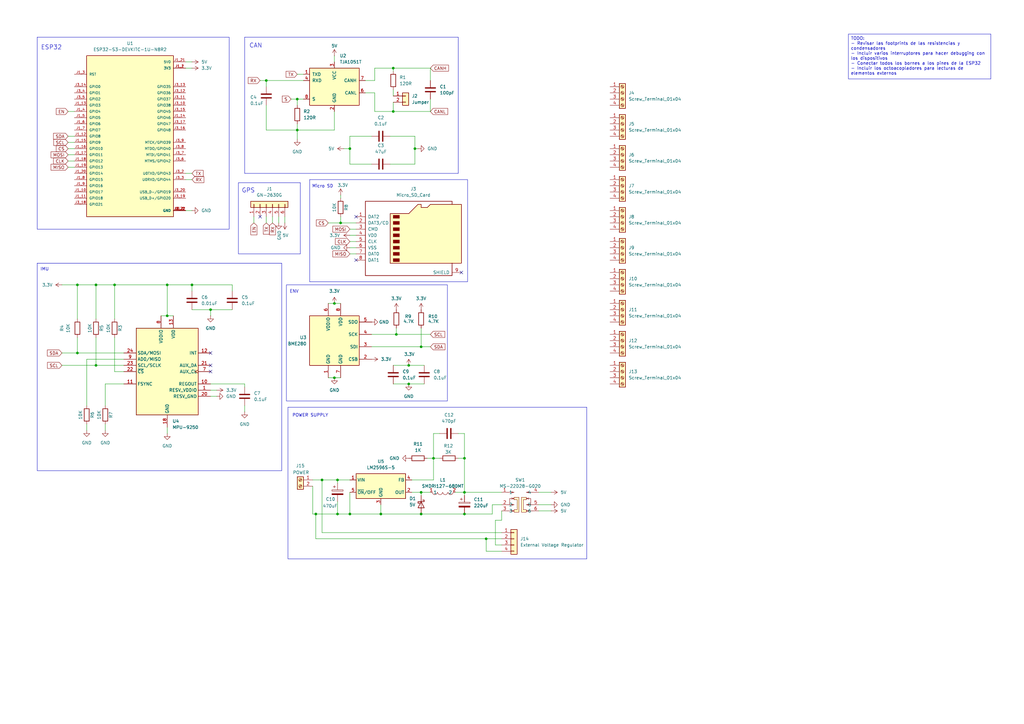
<source format=kicad_sch>
(kicad_sch (version 20250114) (generator "eeschema") (generator_version "9.0")
  (paper "A3")
  (lib_symbols
    (symbol "Connector:Micro_SD_Card" (pin_names (offset 1.016))
      (property "Reference" "J" (at -16.51 15.24 0))
      (property "Value" "Micro_SD_Card" (at 16.51 15.24 0))
      (symbol "Micro_SD_Card_1_1"
        (pin bidirectional line (at -22.86 7.62 0) (length 3.81) (name "DAT2") (number "1"))
        (pin bidirectional line (at -22.86 5.08 0) (length 3.81) (name "DAT3/CD") (number "2"))
        (pin input line (at -22.86 2.54 0) (length 3.81) (name "CMD") (number "3"))
        (pin power_in line (at -22.86 0 0) (length 3.81) (name "VDD") (number "4"))
        (pin input line (at -22.86 -2.54 0) (length 3.81) (name "CLK") (number "5"))
        (pin power_in line (at -22.86 -5.08 0) (length 3.81) (name "VSS") (number "6"))
        (pin bidirectional line (at -22.86 -7.62 0) (length 3.81) (name "DAT0") (number "7"))
        (pin bidirectional line (at -22.86 -10.16 0) (length 3.81) (name "DAT1") (number "8"))
        (pin passive line (at 20.32 -15.24 180) (length 3.81) (name "SHIELD") (number "9"))
      )
    )
    (symbol "Connector:Screw_Terminal_01x02" (pin_names (offset 1.016) (hide yes))
      (property "Reference" "J" (at 0 2.54 0))
      (property "Value" "Screw_Terminal_01x02" (at 0 -5.08 0))
      (symbol "Screw_Terminal_01x02_1_1"
        (pin passive line (at -5.08 0 0) (length 3.81) (name "Pin_1") (number "1"))
        (pin passive line (at -5.08 -2.54 0) (length 3.81) (name "Pin_2") (number "2"))
      )
    )
    (symbol "Connector:Screw_Terminal_01x04" (pin_names (offset 1.016) (hide yes))
      (property "Reference" "J" (at 0 5.08 0))
      (property "Value" "Screw_Terminal_01x04" (at 0 -7.62 0))
      (symbol "Screw_Terminal_01x04_1_1"
        (pin passive line (at -5.08 2.54 0) (length 3.81) (name "Pin_1") (number "1"))
        (pin passive line (at -5.08 0 0) (length 3.81) (name "Pin_2") (number "2"))
        (pin passive line (at -5.08 -2.54 0) (length 3.81) (name "Pin_3") (number "3"))
        (pin passive line (at -5.08 -5.08 0) (length 3.81) (name "Pin_4") (number "4"))
      )
    )
    (symbol "Connector_Generic:Conn_01x02" (pin_names (offset 1.016) (hide yes))
      (property "Reference" "J" (at 0 2.54 0))
      (property "Value" "Conn_01x02" (at 0 -5.08 0))
      (symbol "Conn_01x02_1_1"
        (pin passive line (at -5.08 0 0) (length 3.81) (name "Pin_1") (number "1"))
        (pin passive line (at -5.08 -2.54 0) (length 3.81) (name "Pin_2") (number "2"))
      )
    )
    (symbol "Connector_Generic:Conn_01x04" (pin_names (offset 1.016) (hide yes))
      (property "Reference" "J" (at 0 5.08 0))
      (property "Value" "Conn_01x04" (at 0 -7.62 0))
      (symbol "Conn_01x04_1_1"
        (pin passive line (at -5.08 2.54 0) (length 3.81) (name "Pin_1") (number "1"))
        (pin passive line (at -5.08 0 0) (length 3.81) (name "Pin_2") (number "2"))
        (pin passive line (at -5.08 -2.54 0) (length 3.81) (name "Pin_3") (number "3"))
        (pin passive line (at -5.08 -5.08 0) (length 3.81) (name "Pin_4") (number "4"))
      )
    )
    (symbol "Connector_Generic:Conn_01x06" (pin_names (offset 1.016) (hide yes))
      (property "Reference" "J" (at 0 7.62 0))
      (property "Value" "Conn_01x06" (at 0 -10.16 0))
      (symbol "Conn_01x06_1_1"
        (pin passive line (at -5.08 5.08 0) (length 3.81) (name "Pin_1") (number "1"))
        (pin passive line (at -5.08 2.54 0) (length 3.81) (name "Pin_2") (number "2"))
        (pin passive line (at -5.08 0 0) (length 3.81) (name "Pin_3") (number "3"))
        (pin passive line (at -5.08 -2.54 0) (length 3.81) (name "Pin_4") (number "4"))
        (pin passive line (at -5.08 -5.08 0) (length 3.81) (name "Pin_5") (number "5"))
        (pin passive line (at -5.08 -7.62 0) (length 3.81) (name "Pin_6") (number "6"))
      )
    )
    (symbol "Device:C" (pin_numbers (hide yes)) (pin_names (offset 0.254))
      (property "Reference" "C" (at 0.635 2.54 0))
      (property "Value" "C" (at 0.635 -2.54 0))
      (symbol "C_1_1"
        (pin passive line (at 0 3.81 270) (length 2.794) (name "~") (number "1"))
        (pin passive line (at 0 -3.81 90) (length 2.794) (name "~") (number "2"))
      )
    )
    (symbol "Device:C_Polarized" (pin_numbers (hide yes)) (pin_names (offset 0.254))
      (property "Reference" "C" (at 0.635 2.54 0))
      (property "Value" "C_Polarized" (at 0.635 -2.54 0))
      (symbol "C_Polarized_1_1"
        (pin passive line (at 0 3.81 270) (length 2.794) (name "~") (number "1"))
        (pin passive line (at 0 -3.81 90) (length 2.794) (name "~") (number "2"))
      )
    )
    (symbol "Device:D_Schottky" (pin_numbers (hide yes)) (pin_names (offset 1.016) (hide yes))
      (property "Reference" "D" (at 0 2.54 0))
      (property "Value" "D_Schottky" (at 0 -2.54 0))
      (symbol "D_Schottky_1_1"
        (pin passive line (at -3.81 0 0) (length 2.54) (name "K") (number "1"))
        (pin passive line (at 3.81 0 180) (length 2.54) (name "A") (number "2"))
      )
    )
    (symbol "Device:R" (pin_numbers (hide yes)) (pin_names (offset 0))
      (property "Reference" "R" (at 2.032 0 90))
      (property "Value" "R" (at 0 0 90))
      (symbol "R_1_1"
        (pin passive line (at 0 3.81 270) (length 1.27) (name "~") (number "1"))
        (pin passive line (at 0 -3.81 90) (length 1.27) (name "~") (number "2"))
      )
    )
    (symbol "Interface_CAN_LIN:TJA1051T" (pin_names (offset 1.016))
      (property "Reference" "U" (at -10.16 8.89 0))
      (property "Value" "TJA1051T" (at 1.27 8.89 0))
      (symbol "TJA1051T_1_1"
        (pin input line (at -12.7 5.08 0) (length 2.54) (name "TXD") (number "1"))
        (pin output line (at -12.7 2.54 0) (length 2.54) (name "RXD") (number "4"))
        (pin input line (at -12.7 -5.08 0) (length 2.54) (name "S") (number "8"))
        (pin no_connect line (at -10.16 -2.54 0) (length 2.54) (hide yes) (name "NC") (number "5"))
        (pin power_in line (at 0 10.16 270) (length 2.54) (name "VCC") (number "3"))
        (pin power_in line (at 0 -10.16 90) (length 2.54) (name "GND") (number "2"))
        (pin bidirectional line (at 12.7 2.54 180) (length 2.54) (name "CANH") (number "7"))
        (pin bidirectional line (at 12.7 -2.54 180) (length 2.54) (name "CANL") (number "6"))
      )
    )
    (symbol "Regulator_Switching:LM2596S-5"
      (property "Reference" "U" (at -10.16 6.35 0))
      (property "Value" "LM2596S-5" (at 0 6.35 0))
      (symbol "LM2596S-5_1_1"
        (pin power_in line (at -12.7 2.54 0) (length 2.54) (name "VIN") (number "1"))
        (pin input line (at -12.7 -2.54 0) (length 2.54) (name "~{ON}/OFF") (number "5"))
        (pin power_in line (at 0 -7.62 90) (length 2.54) (name "GND") (number "3"))
        (pin input line (at 12.7 2.54 180) (length 2.54) (name "FB") (number "4"))
        (pin output line (at 12.7 -2.54 180) (length 2.54) (name "OUT") (number "2"))
      )
    )
    (symbol "Sensor:BME280"
      (property "Reference" "U" (at -8.89 11.43 0))
      (property "Value" "BME280" (at 7.62 11.43 0))
      (symbol "BME280_1_1"
        (pin power_in line (at -2.54 15.24 270) (length 5.08) (name "VDDIO") (number "6"))
        (pin power_in line (at -2.54 -15.24 90) (length 5.08) (name "GND") (number "1"))
        (pin power_in line (at 2.54 15.24 270) (length 5.08) (name "VDD") (number "8"))
        (pin power_in line (at 2.54 -15.24 90) (length 5.08) (name "GND") (number "7"))
        (pin bidirectional line (at 15.24 7.62 180) (length 5.08) (name "SDO") (number "5"))
        (pin input line (at 15.24 2.54 180) (length 5.08) (name "SCK") (number "4"))
        (pin bidirectional line (at 15.24 -2.54 180) (length 5.08) (name "SDI") (number "3"))
        (pin input line (at 15.24 -7.62 180) (length 5.08) (name "CSB") (number "2"))
      )
    )
    (symbol "Sensor_Motion:MPU-9250"
      (property "Reference" "U" (at -11.43 19.05 0))
      (property "Value" "MPU-9250" (at 7.62 -19.05 0))
      (symbol "MPU-9250_1_1"
        (pin bidirectional line (at -17.78 7.62 0) (length 5.08) (name "SDA/MOSI") (number "24"))
        (pin bidirectional line (at -17.78 5.08 0) (length 5.08) (name "AD0/MISO") (number "9"))
        (pin input line (at -17.78 2.54 0) (length 5.08) (name "SCL/SCLK") (number "23"))
        (pin input line (at -17.78 0 0) (length 5.08) (name "~{CS}") (number "22"))
        (pin input line (at -17.78 -5.08 0) (length 5.08) (name "FSYNC") (number "11"))
        (pin power_in line (at -2.54 22.86 270) (length 5.08) (name "VDDIO") (number "8"))
        (pin power_in line (at 0 -22.86 90) (length 5.08) (name "GND") (number "18"))
        (pin power_in line (at 2.54 22.86 270) (length 5.08) (name "VDD") (number "13"))
        (pin output line (at 17.78 7.62 180) (length 5.08) (name "INT") (number "12"))
        (pin bidirectional line (at 17.78 2.54 180) (length 5.08) (name "AUX_DA") (number "21"))
        (pin output clock (at 17.78 0 180) (length 5.08) (name "AUX_CL") (number "7"))
        (pin passive line (at 17.78 -5.08 180) (length 5.08) (name "REGOUT") (number "10"))
        (pin input line (at 17.78 -7.62 180) (length 5.08) (name "RESV_VDDIO") (number "1"))
        (pin power_in line (at 17.78 -10.16 180) (length 5.08) (name "RESV_GND") (number "20"))
      )
    )
    (symbol "easyeda2kicad:MS-22D28-G020"
      (property "Reference" "SW" (at 0 12.7 0))
      (property "Value" "MS-22D28-G020" (at 0 -12.7 0))
      (symbol "MS-22D28-G020_0_1"
        (pin unspecified line (at -5.08 7.62 270) (length 2.54) (name "1") (number "1"))
        (pin unspecified line (at -5.08 -7.62 90) (length 2.54) (name "4") (number "4"))
        (pin unspecified line (at 0 7.62 270) (length 2.54) (name "2") (number "2"))
        (pin unspecified line (at 0 -7.62 90) (length 2.54) (name "5") (number "5"))
        (pin unspecified line (at 2.54 7.62 270) (length 2.54) (name "3") (number "3"))
        (pin unspecified line (at 2.54 -7.62 90) (length 2.54) (name "6") (number "6"))
      )
    )
    (symbol "easyeda2kicad:SMDRI127-680MT"
      (property "Reference" "L" (at 0 5.08 0))
      (property "Value" "SMDRI127-680MT" (at 0 -5.08 0))
      (symbol "SMDRI127-680MT_0_1"
        (pin unspecified line (at -5.08 0 0) (length 0.762) (name "1") (number "1"))
        (pin unspecified line (at 5.08 0 180) (length 0.762) (name "2") (number "2"))
      )
    )
    (symbol "power:+3.3V" (power) (pin_numbers (hide yes)) (pin_names (offset 0) (hide yes))
      (property "Value" "+3.3V" (at 0 3.556 0))
      (symbol "+3.3V_1_1"
        (pin power_in line (at 0 0 90) (length 0) (name "~") (number "1"))
      )
    )
    (symbol "power:+5V" (power) (pin_numbers (hide yes)) (pin_names (offset 0) (hide yes))
      (property "Value" "+5V" (at 0 3.556 0))
      (symbol "+5V_1_1"
        (pin power_in line (at 0 0 90) (length 0) (name "~") (number "1"))
      )
    )
    (symbol "power:GND" (power) (pin_numbers (hide yes)) (pin_names (offset 0) (hide yes))
      (property "Value" "GND" (at 0 -3.81 0))
      (symbol "GND_1_1"
        (pin power_in line (at 0 0 270) (length 0) (name "~") (number "1"))
      )
    )
    (symbol "power:VCC" (power) (pin_numbers (hide yes)) (pin_names (offset 0) (hide yes))
      (property "Value" "VCC" (at 0 3.556 0))
      (symbol "VCC_1_1"
        (pin power_in line (at 0 0 90) (length 0) (name "~") (number "1"))
      )
    )
    (symbol "symbols:ESP32-S3-DEVKITC-1U-N8R2" (pin_names (offset 1.016))
      (property "Reference" "U" (at -17.78 35.56 0))
      (property "Value" "ESP32-S3-DEVKITC-1U-N8R2" (at -17.78 -35.56 0))
      (symbol "ESP32-S3-DEVKITC-1U-N8R2_0_0"
        (pin input line (at -22.86 25.4 0) (length 5.08) (name "RST") (number "J1_3"))
        (pin bidirectional line (at -22.86 20.32 0) (length 5.08) (name "GPIO0") (number "J3_14"))
        (pin bidirectional line (at -22.86 17.78 0) (length 5.08) (name "GPIO1") (number "J3_4"))
        (pin bidirectional line (at -22.86 15.24 0) (length 5.08) (name "GPIO2") (number "J3_5"))
        (pin bidirectional line (at -22.86 12.7 0) (length 5.08) (name "GPIO3") (number "J1_13"))
        (pin bidirectional line (at -22.86 10.16 0) (length 5.08) (name "GPIO4") (number "J1_4"))
        (pin bidirectional line (at -22.86 7.62 0) (length 5.08) (name "GPIO5") (number "J1_5"))
        (pin bidirectional line (at -22.86 5.08 0) (length 5.08) (name "GPIO6") (number "J1_6"))
        (pin bidirectional line (at -22.86 2.54 0) (length 5.08) (name "GPIO7") (number "J1_7"))
        (pin bidirectional line (at -22.86 0 0) (length 5.08) (name "GPIO8") (number "J1_12"))
        (pin bidirectional line (at -22.86 -2.54 0) (length 5.08) (name "GPIO9") (number "J1_15"))
        (pin bidirectional line (at -22.86 -5.08 0) (length 5.08) (name "GPIO10") (number "J1_16"))
        (pin bidirectional line (at -22.86 -7.62 0) (length 5.08) (name "GPIO11") (number "J1_17"))
        (pin bidirectional line (at -22.86 -10.16 0) (length 5.08) (name "GPIO12") (number "J1_18"))
        (pin bidirectional line (at -22.86 -12.7 0) (length 5.08) (name "GPIO13") (number "J1_19"))
        (pin bidirectional line (at -22.86 -15.24 0) (length 5.08) (name "GPIO14") (number "J1_20"))
        (pin bidirectional line (at -22.86 -17.78 0) (length 5.08) (name "GPIO15") (number "J1_8"))
        (pin bidirectional line (at -22.86 -20.32 0) (length 5.08) (name "GPIO16") (number "J1_9"))
        (pin bidirectional line (at -22.86 -22.86 0) (length 5.08) (name "GPIO17") (number "J1_10"))
        (pin bidirectional line (at -22.86 -25.4 0) (length 5.08) (name "GPIO18") (number "J1_11"))
        (pin bidirectional line (at -22.86 -27.94 0) (length 5.08) (name "GPIO21") (number "J3_18"))
        (pin power_in line (at 22.86 30.48 180) (length 5.08) (name "5V0") (number "J1_21"))
        (pin power_in line (at 22.86 27.94 180) (length 5.08) (name "3V3") (number "J1_1"))
        (pin power_in line (at 22.86 27.94 180) (length 5.08) (name "3V3") (number "J1_2"))
        (pin bidirectional line (at 22.86 20.32 180) (length 5.08) (name "GPIO35") (number "J3_13"))
        (pin bidirectional line (at 22.86 17.78 180) (length 5.08) (name "GPIO36") (number "J3_12"))
        (pin bidirectional line (at 22.86 15.24 180) (length 5.08) (name "GPIO37") (number "J3_11"))
        (pin bidirectional line (at 22.86 12.7 180) (length 5.08) (name "GPIO38") (number "J3_10"))
        (pin bidirectional line (at 22.86 10.16 180) (length 5.08) (name "GPIO45") (number "J3_15"))
        (pin bidirectional line (at 22.86 7.62 180) (length 5.08) (name "GPIO46") (number "J1_14"))
        (pin bidirectional line (at 22.86 5.08 180) (length 5.08) (name "GPIO47") (number "J3_17"))
        (pin bidirectional line (at 22.86 2.54 180) (length 5.08) (name "GPIO48") (number "J3_16"))
        (pin bidirectional line (at 22.86 -2.54 180) (length 5.08) (name "MTCK/GPIO39") (number "J3_9"))
        (pin bidirectional line (at 22.86 -5.08 180) (length 5.08) (name "MTDO/GPIO40") (number "J3_8"))
        (pin bidirectional line (at 22.86 -7.62 180) (length 5.08) (name "MTDI/GPIO41") (number "J3_7"))
        (pin bidirectional line (at 22.86 -10.16 180) (length 5.08) (name "MTMS/GPIO42") (number "J3_6"))
        (pin bidirectional line (at 22.86 -15.24 180) (length 5.08) (name "U0TXD/GPIO43") (number "J3_2"))
        (pin bidirectional line (at 22.86 -17.78 180) (length 5.08) (name "U0RXD/GPIO44") (number "J3_3"))
        (pin bidirectional line (at 22.86 -22.86 180) (length 5.08) (name "USB_D-/GPIO19") (number "J3_20"))
        (pin bidirectional line (at 22.86 -25.4 180) (length 5.08) (name "USB_D+/GPIO20") (number "J3_19"))
        (pin power_in line (at 22.86 -30.48 180) (length 5.08) (name "GND") (number "J1_22"))
        (pin power_in line (at 22.86 -30.48 180) (length 5.08) (name "GND") (number "J3_1"))
        (pin power_in line (at 22.86 -30.48 180) (length 5.08) (name "GND") (number "J3_21"))
        (pin power_in line (at 22.86 -30.48 180) (length 5.08) (name "GND") (number "J3_22"))
      )
    )
  )
  (rectangle (start 117.475 116.84) (end 183.515 164.465))
  (rectangle (start 15.24 107.95) (end 115.57 193.04))
  (rectangle (start 118.11 167.005) (end 240.665 229.235))
  (rectangle (start 97.79 74.93) (end 123.19 104.14))
  (rectangle (start 15.24 15.24) (end 93.98 93.98))
  (rectangle (start 127 73.66) (end 191.77 115.57))
  (rectangle (start 100.33 15.24) (end 187.96 71.12))
  (text "GPS\n" (at 101.854 78.232 0) (effects (font (size 1.778 1.778))))
  (text "POWER SUPPLY" (at 127.254 170.434 0) (effects (font (size 1.27 1.27))))
  (text "ESP32\n" (at 21.082 19.558 0) (effects (font (size 1.778 1.778))))
  (text "CAN\n" (at 104.902 18.796 0) (effects (font (size 1.778 1.778))))
  (text "Micro SD" (at 132.334 76.454 0) (effects (font (size 1.27 1.27))))
  (text "IMU" (at 18.288 110.49 0) (effects (font (size 1.27 1.27))))
  (text "ENV" (at 120.65 119.634 0) (effects (font (size 1.27 1.27))))
  (text_box "TODO:\n- Revisar las footprints de las resistencias y condensadores\n- Incluir varios interruptores para hacer debugging con los dispositivos\n- Conectar todos los bornes a los pines de la ESP32\n- Incluir los octoacopladores para lecturas de elementos externos" (at 347.98 13.97 0) (size 58.42 18.415) (margins 0.9525 0.9525 0.9525 0.9525) (effects (font (size 1.27 1.27)) (justify left top)))
  (junction (at 138.43 196.85))
  (junction (at 162.56 137.16))
  (junction (at 172.72 201.93))
  (junction (at 46.99 116.84))
  (junction (at 170.18 60.96))
  (junction (at 68.58 116.84))
  (junction (at 31.75 116.84))
  (junction (at 156.21 210.82))
  (junction (at 199.39 220.98))
  (junction (at 161.29 27.94))
  (junction (at 190.5 201.93))
  (junction (at 68.58 129.54))
  (junction (at 78.74 116.84))
  (junction (at 190.5 187.96))
  (junction (at 167.64 157.48))
  (junction (at 121.92 40.64))
  (junction (at 143.51 210.82))
  (junction (at 31.75 144.78))
  (junction (at 172.72 142.24))
  (junction (at 161.29 45.72))
  (junction (at 138.43 210.82))
  (junction (at 177.8 187.96))
  (junction (at 139.7 91.44))
  (junction (at 190.5 210.82))
  (junction (at 143.51 60.96))
  (junction (at 109.22 33.02))
  (junction (at 167.64 149.86))
  (junction (at 121.92 53.34))
  (junction (at 132.08 196.85))
  (junction (at 137.16 124.46))
  (junction (at 39.37 116.84))
  (junction (at 39.37 149.86))
  (junction (at 129.54 210.82))
  (junction (at 137.16 154.94))
  (junction (at 172.72 210.82))
  (junction (at 86.36 127))
  (no_connect (at 86.36 144.78))
  (no_connect (at 146.05 88.9))
  (no_connect (at 86.36 149.86))
  (no_connect (at 146.05 106.68))
  (no_connect (at 189.23 111.76))
  (no_connect (at 106.68 88.9))
  (no_connect (at 86.36 152.4))
  (wire (pts (xy 68.58 177.8) (xy 68.58 175.26)))
  (wire (pts (xy 138.43 196.85) (xy 138.43 198.12)))
  (wire (pts (xy 39.37 138.43) (xy 39.37 149.86)))
  (wire (pts (xy 31.75 144.78) (xy 50.8 144.78)))
  (wire (pts (xy 139.7 80.01) (xy 139.7 81.28)))
  (wire (pts (xy 78.74 73.66) (xy 76.2 73.66)))
  (wire (pts (xy 170.18 55.88) (xy 170.18 60.96)))
  (wire (pts (xy 187.96 187.96) (xy 190.5 187.96)))
  (wire (pts (xy 153.67 45.72) (xy 161.29 45.72)))
  (wire (pts (xy 119.38 40.64) (xy 121.92 40.64)))
  (wire (pts (xy 134.62 124.46) (xy 137.16 124.46)))
  (wire (pts (xy 171.45 60.96) (xy 170.18 60.96)))
  (wire (pts (xy 143.51 99.06) (xy 146.05 99.06)))
  (wire (pts (xy 86.36 162.56) (xy 88.9 162.56)))
  (wire (pts (xy 137.16 124.46) (xy 139.7 124.46)))
  (wire (pts (xy 160.02 55.88) (xy 170.18 55.88)))
  (wire (pts (xy 78.74 116.84) (xy 78.74 119.38)))
  (wire (pts (xy 121.92 53.34) (xy 121.92 50.8)))
  (wire (pts (xy 220.98 209.55) (xy 226.06 209.55)))
  (wire (pts (xy 205.74 207.01) (xy 201.93 207.01)))
  (wire (pts (xy 161.29 41.91) (xy 161.29 45.72)))
  (wire (pts (xy 27.94 66.04) (xy 30.48 66.04)))
  (wire (pts (xy 190.5 201.93) (xy 190.5 203.2)))
  (wire (pts (xy 138.43 196.85) (xy 143.51 196.85)))
  (wire (pts (xy 46.99 116.84) (xy 68.58 116.84)))
  (wire (pts (xy 35.56 147.32) (xy 35.56 166.37)))
  (wire (pts (xy 162.56 134.62) (xy 162.56 137.16)))
  (wire (pts (xy 176.53 40.64) (xy 176.53 45.72)))
  (wire (pts (xy 201.93 207.01) (xy 201.93 210.82)))
  (wire (pts (xy 137.16 154.94) (xy 139.7 154.94)))
  (wire (pts (xy 172.72 201.93) (xy 172.72 203.2)))
  (wire (pts (xy 137.16 53.34) (xy 121.92 53.34)))
  (wire (pts (xy 31.75 116.84) (xy 31.75 130.81)))
  (wire (pts (xy 128.27 210.82) (xy 129.54 210.82)))
  (wire (pts (xy 66.04 129.54) (xy 68.58 129.54)))
  (wire (pts (xy 46.99 116.84) (xy 46.99 130.81)))
  (wire (pts (xy 172.72 134.62) (xy 172.72 142.24)))
  (wire (pts (xy 128.27 196.85) (xy 132.08 196.85)))
  (wire (pts (xy 134.62 91.44) (xy 139.7 91.44)))
  (wire (pts (xy 190.5 177.8) (xy 187.96 177.8)))
  (wire (pts (xy 162.56 137.16) (xy 176.53 137.16)))
  (wire (pts (xy 95.25 116.84) (xy 95.25 119.38)))
  (wire (pts (xy 205.74 209.55) (xy 205.74 213.36)))
  (wire (pts (xy 27.94 63.5) (xy 30.48 63.5)))
  (wire (pts (xy 100.33 158.75) (xy 100.33 157.48)))
  (wire (pts (xy 143.51 104.14) (xy 146.05 104.14)))
  (wire (pts (xy 100.33 168.91) (xy 100.33 166.37)))
  (wire (pts (xy 156.21 210.82) (xy 156.21 207.01)))
  (wire (pts (xy 121.92 53.34) (xy 121.92 57.15)))
  (wire (pts (xy 205.74 226.06) (xy 199.39 226.06)))
  (wire (pts (xy 43.18 157.48) (xy 50.8 157.48)))
  (wire (pts (xy 124.46 33.02) (xy 109.22 33.02)))
  (wire (pts (xy 190.5 201.93) (xy 205.74 201.93)))
  (wire (pts (xy 186.69 201.93) (xy 190.5 201.93)))
  (wire (pts (xy 78.74 127) (xy 86.36 127)))
  (wire (pts (xy 132.08 218.44) (xy 132.08 196.85)))
  (wire (pts (xy 177.8 177.8) (xy 177.8 187.96)))
  (wire (pts (xy 109.22 53.34) (xy 121.92 53.34)))
  (wire (pts (xy 161.29 149.86) (xy 167.64 149.86)))
  (wire (pts (xy 129.54 210.82) (xy 138.43 210.82)))
  (wire (pts (xy 170.18 60.96) (xy 170.18 67.31)))
  (wire (pts (xy 205.74 223.52) (xy 203.2 223.52)))
  (wire (pts (xy 121.92 30.48) (xy 124.46 30.48)))
  (wire (pts (xy 153.67 33.02) (xy 153.67 27.94)))
  (wire (pts (xy 153.67 38.1) (xy 153.67 45.72)))
  (wire (pts (xy 104.14 91.44) (xy 104.14 88.9)))
  (wire (pts (xy 203.2 213.36) (xy 205.74 213.36)))
  (wire (pts (xy 205.74 220.98) (xy 199.39 220.98)))
  (wire (pts (xy 109.22 88.9) (xy 109.22 91.44)))
  (wire (pts (xy 27.94 58.42) (xy 30.48 58.42)))
  (wire (pts (xy 172.72 142.24) (xy 152.4 142.24)))
  (wire (pts (xy 143.51 201.93) (xy 143.51 210.82)))
  (wire (pts (xy 76.2 71.12) (xy 78.74 71.12)))
  (wire (pts (xy 161.29 157.48) (xy 167.64 157.48)))
  (wire (pts (xy 199.39 220.98) (xy 129.54 220.98)))
  (wire (pts (xy 111.76 88.9) (xy 111.76 91.44)))
  (wire (pts (xy 176.53 33.02) (xy 176.53 27.94)))
  (wire (pts (xy 128.27 199.39) (xy 128.27 210.82)))
  (wire (pts (xy 68.58 116.84) (xy 78.74 116.84)))
  (wire (pts (xy 106.68 33.02) (xy 109.22 33.02)))
  (wire (pts (xy 190.5 187.96) (xy 190.5 201.93)))
  (wire (pts (xy 175.26 187.96) (xy 177.8 187.96)))
  (wire (pts (xy 152.4 67.31) (xy 143.51 67.31)))
  (wire (pts (xy 129.54 220.98) (xy 129.54 210.82)))
  (wire (pts (xy 180.34 177.8) (xy 177.8 177.8)))
  (wire (pts (xy 68.58 129.54) (xy 71.12 129.54)))
  (wire (pts (xy 31.75 116.84) (xy 39.37 116.84)))
  (wire (pts (xy 132.08 196.85) (xy 138.43 196.85)))
  (wire (pts (xy 68.58 129.54) (xy 68.58 116.84)))
  (wire (pts (xy 143.51 101.6) (xy 146.05 101.6)))
  (wire (pts (xy 172.72 201.93) (xy 176.53 201.93)))
  (wire (pts (xy 121.92 40.64) (xy 124.46 40.64)))
  (wire (pts (xy 167.64 157.48) (xy 173.99 157.48)))
  (wire (pts (xy 143.51 96.52) (xy 146.05 96.52)))
  (wire (pts (xy 116.84 88.9) (xy 116.84 91.44)))
  (wire (pts (xy 39.37 116.84) (xy 39.37 130.81)))
  (wire (pts (xy 78.74 86.36) (xy 76.2 86.36)))
  (wire (pts (xy 121.92 40.64) (xy 121.92 43.18)))
  (wire (pts (xy 31.75 138.43) (xy 31.75 144.78)))
  (wire (pts (xy 27.94 60.96) (xy 30.48 60.96)))
  (wire (pts (xy 190.5 177.8) (xy 190.5 187.96)))
  (wire (pts (xy 220.98 201.93) (xy 226.06 201.93)))
  (wire (pts (xy 168.91 201.93) (xy 172.72 201.93)))
  (wire (pts (xy 137.16 45.72) (xy 137.16 53.34)))
  (wire (pts (xy 153.67 27.94) (xy 161.29 27.94)))
  (wire (pts (xy 152.4 55.88) (xy 143.51 55.88)))
  (wire (pts (xy 205.74 218.44) (xy 132.08 218.44)))
  (wire (pts (xy 176.53 142.24) (xy 172.72 142.24)))
  (wire (pts (xy 190.5 210.82) (xy 172.72 210.82)))
  (wire (pts (xy 86.36 157.48) (xy 100.33 157.48)))
  (wire (pts (xy 149.86 33.02) (xy 153.67 33.02)))
  (wire (pts (xy 109.22 43.18) (xy 109.22 53.34)))
  (wire (pts (xy 137.16 22.86) (xy 137.16 25.4)))
  (wire (pts (xy 168.91 196.85) (xy 177.8 196.85)))
  (wire (pts (xy 176.53 27.94) (xy 161.29 27.94)))
  (wire (pts (xy 152.4 137.16) (xy 162.56 137.16)))
  (wire (pts (xy 140.97 60.96) (xy 143.51 60.96)))
  (wire (pts (xy 88.9 160.02) (xy 86.36 160.02)))
  (wire (pts (xy 46.99 138.43) (xy 46.99 152.4)))
  (wire (pts (xy 177.8 187.96) (xy 177.8 196.85)))
  (wire (pts (xy 86.36 129.54) (xy 86.36 127)))
  (wire (pts (xy 27.94 68.58) (xy 30.48 68.58)))
  (wire (pts (xy 143.51 210.82) (xy 156.21 210.82)))
  (wire (pts (xy 78.74 116.84) (xy 95.25 116.84)))
  (wire (pts (xy 39.37 149.86) (xy 50.8 149.86)))
  (wire (pts (xy 199.39 226.06) (xy 199.39 220.98)))
  (wire (pts (xy 161.29 36.83) (xy 161.29 39.37)))
  (wire (pts (xy 78.74 27.94) (xy 76.2 27.94)))
  (wire (pts (xy 114.3 88.9) (xy 114.3 91.44)))
  (wire (pts (xy 161.29 45.72) (xy 176.53 45.72)))
  (wire (pts (xy 201.93 210.82) (xy 190.5 210.82)))
  (wire (pts (xy 167.64 149.86) (xy 173.99 149.86)))
  (wire (pts (xy 143.51 60.96) (xy 143.51 67.31)))
  (wire (pts (xy 139.7 91.44) (xy 146.05 91.44)))
  (wire (pts (xy 160.02 67.31) (xy 170.18 67.31)))
  (wire (pts (xy 27.94 45.72) (xy 30.48 45.72)))
  (wire (pts (xy 143.51 55.88) (xy 143.51 60.96)))
  (wire (pts (xy 25.4 149.86) (xy 39.37 149.86)))
  (wire (pts (xy 109.22 33.02) (xy 109.22 35.56)))
  (wire (pts (xy 149.86 38.1) (xy 153.67 38.1)))
  (wire (pts (xy 86.36 127) (xy 95.25 127)))
  (wire (pts (xy 25.4 116.84) (xy 31.75 116.84)))
  (wire (pts (xy 35.56 147.32) (xy 50.8 147.32)))
  (wire (pts (xy 138.43 205.74) (xy 138.43 210.82)))
  (wire (pts (xy 35.56 176.53) (xy 35.56 173.99)))
  (wire (pts (xy 78.74 25.4) (xy 76.2 25.4)))
  (wire (pts (xy 172.72 210.82) (xy 156.21 210.82)))
  (wire (pts (xy 220.98 207.01) (xy 226.06 207.01)))
  (wire (pts (xy 27.94 55.88) (xy 30.48 55.88)))
  (wire (pts (xy 177.8 187.96) (xy 180.34 187.96)))
  (wire (pts (xy 203.2 223.52) (xy 203.2 213.36)))
  (wire (pts (xy 161.29 29.21) (xy 161.29 27.94)))
  (wire (pts (xy 43.18 176.53) (xy 43.18 173.99)))
  (wire (pts (xy 139.7 88.9) (xy 139.7 91.44)))
  (wire (pts (xy 25.4 144.78) (xy 31.75 144.78)))
  (wire (pts (xy 43.18 157.48) (xy 43.18 166.37)))
  (wire (pts (xy 46.99 152.4) (xy 50.8 152.4)))
  (wire (pts (xy 39.37 116.84) (xy 46.99 116.84)))
  (wire (pts (xy 138.43 210.82) (xy 143.51 210.82)))
  (wire (pts (xy 143.51 93.98) (xy 146.05 93.98)))
  (wire (pts (xy 134.62 154.94) (xy 137.16 154.94)))
  (global_label "MOSI" (shape input) (at 27.94 63.5 180) (property "Intersheetrefs" "${INTERSHEET_REFS}" (effects (hide yes))))
  (global_label "MOSI" (shape input) (at 143.51 93.98 180) (property "Intersheetrefs" "${INTERSHEET_REFS}" (effects (hide yes))))
  (global_label "SCL" (shape input) (at 25.4 149.86 180) (property "Intersheetrefs" "${INTERSHEET_REFS}" (effects (hide yes))))
  (global_label "MISO" (shape input) (at 143.51 104.14 180) (property "Intersheetrefs" "${INTERSHEET_REFS}" (effects (hide yes))))
  (global_label "EN" (shape input) (at 104.14 91.44 270) (property "Intersheetrefs" "${INTERSHEET_REFS}" (effects (hide yes))))
  (global_label "CLK" (shape input) (at 143.51 99.06 180) (property "Intersheetrefs" "${INTERSHEET_REFS}" (effects (hide yes))))
  (global_label "TX" (shape input) (at 121.92 30.48 180) (property "Intersheetrefs" "${INTERSHEET_REFS}" (effects (hide yes))))
  (global_label "CS" (shape input) (at 134.62 91.44 180) (property "Intersheetrefs" "${INTERSHEET_REFS}" (effects (hide yes))))
  (global_label "S" (shape input) (at 119.38 40.64 180) (property "Intersheetrefs" "${INTERSHEET_REFS}" (effects (hide yes))))
  (global_label "SCL" (shape input) (at 27.94 58.42 180) (property "Intersheetrefs" "${INTERSHEET_REFS}" (effects (hide yes))))
  (global_label "CLK" (shape input) (at 27.94 66.04 180) (property "Intersheetrefs" "${INTERSHEET_REFS}" (effects (hide yes))))
  (global_label "CS" (shape input) (at 27.94 60.96 180) (property "Intersheetrefs" "${INTERSHEET_REFS}" (effects (hide yes))))
  (global_label "SDA" (shape input) (at 25.4 144.78 180) (property "Intersheetrefs" "${INTERSHEET_REFS}" (effects (hide yes))))
  (global_label "EN" (shape input) (at 27.94 45.72 180) (property "Intersheetrefs" "${INTERSHEET_REFS}" (effects (hide yes))))
  (global_label "SDA" (shape input) (at 27.94 55.88 180) (property "Intersheetrefs" "${INTERSHEET_REFS}" (effects (hide yes))))
  (global_label "SDA" (shape input) (at 176.53 142.24 0) (property "Intersheetrefs" "${INTERSHEET_REFS}" (effects (hide yes))))
  (global_label "RX" (shape input) (at 106.68 33.02 180) (property "Intersheetrefs" "${INTERSHEET_REFS}" (effects (hide yes))))
  (global_label "TX" (shape input) (at 78.74 71.12 0) (property "Intersheetrefs" "${INTERSHEET_REFS}" (effects (hide yes))))
  (global_label "CANL" (shape input) (at 176.53 45.72 0) (property "Intersheetrefs" "${INTERSHEET_REFS}" (effects (hide yes))))
  (global_label "TX" (shape input) (at 109.22 91.44 270) (property "Intersheetrefs" "${INTERSHEET_REFS}" (effects (hide yes))))
  (global_label "SCL" (shape input) (at 176.53 137.16 0) (property "Intersheetrefs" "${INTERSHEET_REFS}" (effects (hide yes))))
  (global_label "CANH" (shape input) (at 176.53 27.94 0) (property "Intersheetrefs" "${INTERSHEET_REFS}" (effects (hide yes))))
  (global_label "RX" (shape input) (at 111.76 91.44 270) (property "Intersheetrefs" "${INTERSHEET_REFS}" (effects (hide yes))))
  (global_label "RX" (shape input) (at 78.74 73.66 0) (property "Intersheetrefs" "${INTERSHEET_REFS}" (effects (hide yes))))
  (global_label "MISO" (shape input) (at 27.94 68.58 180) (property "Intersheetrefs" "${INTERSHEET_REFS}" (effects (hide yes))))
  (symbol (lib_id "Device:C") (at 173.99 153.67 0) (unit 1)
    (property "Reference" "C8" (at 177.8 152.3999 0) (effects (justify left)))
    (property "Value" "0.1uF" (at 177.8 154.9399 0) (effects (justify left)))
    (property "Footprint" "Capacitor_SMD:C_0805_2012Metric" (effects (hide yes)))
    (property "Description" "Unpolarized capacitor" (effects (hide yes)))
  )
  (symbol (lib_id "power:GND") (at 137.16 154.94 0) (unit 1)
    (property "Reference" "#PWR021" (effects (hide yes)))
    (property "Value" "GND" (at 137.16 160.02 0))
    (property "Description" "Power symbol creates a global label with name \"GND\" , ground" (effects (hide yes)))
  )
  (symbol (lib_id "Regulator_Switching:LM2596S-5") (at 156.21 199.39 0) (unit 1)
    (property "Reference" "U5" (at 156.21 189.23 0))
    (property "Value" "LM2596S-5" (at 156.21 191.77 0))
    (property "Footprint" "Package_TO_SOT_SMD:TO-263-5_TabPin3" (effects (hide yes)))
    (property "Datasheet" "http://www.ti.com/lit/ds/symlink/lm2596.pdf" (effects (hide yes)))
    (property "Description" "5V 3A Step-Down Voltage Regulator, TO-263" (effects (hide yes)))
  )
  (symbol (lib_id "Device:R") (at 39.37 134.62 0) (mirror x) (unit 1)
    (property "Reference" "R5" (at 41.656 134.62 90))
    (property "Value" "10K" (at 36.83 134.62 90))
    (property "Footprint" "easyeda2kicad:R0603" (effects (hide yes)))
    (property "Description" "Resistor" (effects (hide yes)))
  )
  (symbol (lib_id "Interface_CAN_LIN:TJA1051T") (at 137.16 35.56 0) (unit 1)
    (property "Reference" "U2" (at 139.3033 22.86 0) (effects (justify left)))
    (property "Value" "TJA1051T" (at 139.3033 25.4 0) (effects (justify left)))
    (property "Footprint" "Package_SO:SOIC-8_3.9x4.9mm_P1.27mm" (effects (hide yes)))
    (property "Datasheet" "http://www.nxp.com/docs/en/data-sheet/TJA1051.pdf" (effects (hide yes)))
    (property "Description" "High-Speed CAN Transceiver, silent mode, SOIC-8" (effects (hide yes)))
  )
  (symbol (lib_id "Connector:Screw_Terminal_01x04") (at 255.27 127 0) (unit 1)
    (property "Reference" "J11" (at 257.81 126.9999 0) (effects (justify left)))
    (property "Value" "Screw_Terminal_01x04" (at 257.81 129.5399 0) (effects (justify left)))
    (property "Footprint" "TerminalBlock_Phoenix:TerminalBlock_Phoenix_MKDS-1,5-4-5.08_1x04_P5.08mm_Horizontal" (effects (hide yes)))
    (property "Description" "Generic screw terminal, single row, 01x04, script generated (kicad-library-utils/schlib/autogen/connector/)" (effects (hide yes)))
  )
  (symbol (lib_id "power:GND") (at 100.33 168.91 0) (unit 1)
    (property "Reference" "#PWR013" (effects (hide yes)))
    (property "Value" "GND" (at 100.33 173.99 0))
    (property "Description" "Power symbol creates a global label with name \"GND\" , ground" (effects (hide yes)))
  )
  (symbol (lib_id "Device:C") (at 95.25 123.19 0) (unit 1)
    (property "Reference" "C5" (at 99.06 121.9199 0) (effects (justify left)))
    (property "Value" "0.1uF" (at 99.06 124.4599 0) (effects (justify left)))
    (property "Footprint" "Capacitor_SMD:C_0805_2012Metric" (effects (hide yes)))
    (property "Description" "Unpolarized capacitor" (effects (hide yes)))
  )
  (symbol (lib_id "Connector:Screw_Terminal_01x04") (at 255.27 88.9 0) (unit 1)
    (property "Reference" "J8" (at 257.81 88.8999 0) (effects (justify left)))
    (property "Value" "Screw_Terminal_01x04" (at 257.81 91.4399 0) (effects (justify left)))
    (property "Footprint" "TerminalBlock_Phoenix:TerminalBlock_Phoenix_MKDS-1,5-4-5.08_1x04_P5.08mm_Horizontal" (effects (hide yes)))
    (property "Description" "Generic screw terminal, single row, 01x04, script generated (kicad-library-utils/schlib/autogen/connector/)" (effects (hide yes)))
  )
  (symbol (lib_id "Connector_Generic:Conn_01x06") (at 109.22 83.82 90) (unit 1)
    (property "Reference" "J1" (at 110.49 77.47 90))
    (property "Value" "GN-2630G" (at 110.49 80.01 90))
    (property "Footprint" "Conn_01x06:PinHeader_1x06_P2.54mm_Vertical" (effects (hide yes)))
    (property "Description" "Generic connector, single row, 01x06, script generated (kicad-library-utils/schlib/autogen/connector/)" (effects (hide yes)))
  )
  (symbol (lib_id "power:+5V") (at 226.06 201.93 270) (unit 1)
    (property "Reference" "#PWR029" (effects (hide yes)))
    (property "Value" "5V" (at 229.87 201.9299 90) (effects (justify left)))
    (property "Description" "Power symbol creates a global label with name \"+5V\"" (effects (hide yes)))
  )
  (symbol (lib_id "power:VCC") (at 78.74 25.4 270) (unit 1)
    (property "Reference" "#PWR05" (effects (hide yes)))
    (property "Value" "5V" (at 82.55 25.3999 90) (effects (justify left)))
    (property "Description" "Power symbol creates a global label with name \"VCC\"" (effects (hide yes)))
  )
  (symbol (lib_id "Connector:Screw_Terminal_01x04") (at 255.27 152.4 0) (unit 1)
    (property "Reference" "J13" (at 257.81 152.3999 0) (effects (justify left)))
    (property "Value" "Screw_Terminal_01x04" (at 257.81 154.9399 0) (effects (justify left)))
    (property "Footprint" "TerminalBlock_Phoenix:TerminalBlock_Phoenix_MKDS-1,5-4-5.08_1x04_P5.08mm_Horizontal" (effects (hide yes)))
    (property "Description" "Generic screw terminal, single row, 01x04, script generated (kicad-library-utils/schlib/autogen/connector/)" (effects (hide yes)))
  )
  (symbol (lib_id "Device:C_Polarized") (at 138.43 201.93 0) (unit 1)
    (property "Reference" "C10" (at 133.604 204.724 0) (effects (justify left)))
    (property "Value" "470uF" (at 132.334 207.518 0) (effects (justify left)))
    (property "Footprint" "Capacitor_THT:CP_Radial_D10.0mm_P5.00mm" (effects (hide yes)))
    (property "Description" "Polarized capacitor" (effects (hide yes)))
  )
  (symbol (lib_id "Device:R") (at 184.15 187.96 270) (unit 1)
    (property "Reference" "R12" (at 183.896 182.88 90))
    (property "Value" "3K" (at 183.896 185.42 90))
    (property "Footprint" "Resistor_THT:R_Axial_DIN0411_L9.9mm_D3.6mm_P15.24mm_Horizontal" (effects (hide yes)))
    (property "Description" "Resistor" (effects (hide yes)))
  )
  (symbol (lib_id "power:GND") (at 167.64 157.48 0) (unit 1)
    (property "Reference" "#PWR027" (effects (hide yes)))
    (property "Value" "GND" (at 167.64 162.56 0))
    (property "Description" "Power symbol creates a global label with name \"GND\" , ground" (effects (hide yes)))
  )
  (symbol (lib_id "easyeda2kicad:SMDRI127-680MT") (at 181.61 201.93 0) (unit 1)
    (property "Reference" "L1" (at 181.61 196.85 0))
    (property "Value" "SMDRI127-680MT" (at 181.61 199.39 0))
    (property "Footprint" "easyeda2kicad:IND-SMD_L12.3-W12.3_SMDRI127" (effects (hide yes)))
    (property "Datasheet" "https://lcsc.com/product-detail/Power-Inductors_68uH-20_C9907.html" (effects (hide yes)))
    (property "LCSC Part" "C9907" (effects (hide yes)))
  )
  (symbol (lib_id "Connector:Screw_Terminal_01x04") (at 255.27 76.2 0) (unit 1)
    (property "Reference" "J7" (at 257.81 76.1999 0) (effects (justify left)))
    (property "Value" "Screw_Terminal_01x04" (at 257.81 78.7399 0) (effects (justify left)))
    (property "Footprint" "TerminalBlock_Phoenix:TerminalBlock_Phoenix_MKDS-1,5-4-5.08_1x04_P5.08mm_Horizontal" (effects (hide yes)))
    (property "Description" "Generic screw terminal, single row, 01x04, script generated (kicad-library-utils/schlib/autogen/connector/)" (effects (hide yes)))
  )
  (symbol (lib_id "power:+3.3V") (at 152.4 147.32 270) (unit 1)
    (property "Reference" "#PWR025" (effects (hide yes)))
    (property "Value" "3.3V" (at 156.21 147.3199 90) (effects (justify left)))
    (property "Description" "Power symbol creates a global label with name \"+3.3V\"" (effects (hide yes)))
  )
  (symbol (lib_id "power:VCC") (at 140.97 60.96 90) (unit 1)
    (property "Reference" "#PWR020" (effects (hide yes)))
    (property "Value" "5V" (at 137.16 60.9599 90) (effects (justify left)))
    (property "Description" "Power symbol creates a global label with name \"VCC\"" (effects (hide yes)))
  )
  (symbol (lib_id "power:GND") (at 152.4 132.08 90) (unit 1)
    (property "Reference" "#PWR024" (effects (hide yes)))
    (property "Value" "GND" (at 155.448 132.08 90) (effects (justify right)))
    (property "Description" "Power symbol creates a global label with name \"GND\" , ground" (effects (hide yes)))
  )
  (symbol (lib_id "Device:C") (at 161.29 153.67 0) (unit 1)
    (property "Reference" "C9" (at 165.1 152.3999 0) (effects (justify left)))
    (property "Value" "0.1uF" (at 165.1 154.9399 0) (effects (justify left)))
    (property "Footprint" "Capacitor_SMD:C_0805_2012Metric" (effects (hide yes)))
    (property "Description" "Unpolarized capacitor" (effects (hide yes)))
  )
  (symbol (lib_id "Connector:Screw_Terminal_01x04") (at 255.27 114.3 0) (unit 1)
    (property "Reference" "J10" (at 257.81 114.2999 0) (effects (justify left)))
    (property "Value" "Screw_Terminal_01x04" (at 257.81 116.8399 0) (effects (justify left)))
    (property "Footprint" "TerminalBlock_Phoenix:TerminalBlock_Phoenix_MKDS-1,5-4-5.08_1x04_P5.08mm_Horizontal" (effects (hide yes)))
    (property "Description" "Generic screw terminal, single row, 01x04, script generated (kicad-library-utils/schlib/autogen/connector/)" (effects (hide yes)))
  )
  (symbol (lib_id "power:VCC") (at 116.84 91.44 180) (unit 1)
    (property "Reference" "#PWR016" (effects (hide yes)))
    (property "Value" "5V" (at 117.094 96.52 0))
    (property "Description" "Power symbol creates a global label with name \"VCC\"" (effects (hide yes)))
  )
  (symbol (lib_id "Device:R") (at 46.99 134.62 0) (mirror x) (unit 1)
    (property "Reference" "R3" (at 49.276 134.62 90))
    (property "Value" "10K" (at 44.45 134.62 90))
    (property "Footprint" "easyeda2kicad:R0603" (effects (hide yes)))
    (property "Description" "Resistor" (effects (hide yes)))
  )
  (symbol (lib_id "power:GND") (at 167.64 187.96 270) (unit 1)
    (property "Reference" "#PWR031" (effects (hide yes)))
    (property "Value" "GND" (at 163.83 187.9599 90) (effects (justify right)))
    (property "Description" "Power symbol creates a global label with name \"GND\" , ground" (effects (hide yes)))
  )
  (symbol (lib_id "Device:C") (at 156.21 55.88 90) (unit 1)
    (property "Reference" "C2" (at 156.21 48.26 90))
    (property "Value" "0.1uF" (at 156.21 50.8 90))
    (property "Footprint" "Capacitor_SMD:C_0805_2012Metric" (effects (hide yes)))
    (property "Description" "Unpolarized capacitor" (effects (hide yes)))
  )
  (symbol (lib_id "power:+3.3V") (at 162.56 127 0) (unit 1)
    (property "Reference" "#PWR023" (effects (hide yes)))
    (property "Value" "3.3V" (at 162.56 122.428 0))
    (property "Description" "Power symbol creates a global label with name \"+3.3V\"" (effects (hide yes)))
  )
  (symbol (lib_id "power:GND") (at 88.9 162.56 90) (unit 1)
    (property "Reference" "#PWR012" (effects (hide yes)))
    (property "Value" "GND" (at 92.71 162.5599 90) (effects (justify right)))
    (property "Description" "Power symbol creates a global label with name \"GND\" , ground" (effects (hide yes)))
  )
  (symbol (lib_id "easyeda2kicad:MS-22D28-G020") (at 213.36 207.01 90) (mirror x) (unit 1)
    (property "Reference" "SW1" (at 213.36 196.85 90))
    (property "Value" "MS-22D28-G020" (at 213.36 199.39 90))
    (property "Footprint" "easyeda2kicad:SW-SMD_MS-22D28-G020" (effects (hide yes)))
    (property "Datasheet" "https://lcsc.com/product-detail/Toggle-Switches_G-Switch-MS-22D28-G020_C963205.html" (effects (hide yes)))
    (property "LCSC Part" "C963205" (effects (hide yes)))
  )
  (symbol (lib_id "Device:C") (at 156.21 67.31 90) (unit 1)
    (property "Reference" "C3" (at 156.21 59.69 90))
    (property "Value" "47uF" (at 156.21 62.23 90))
    (property "Footprint" "Capacitor_SMD:C_0805_2012Metric" (effects (hide yes)))
    (property "Description" "Unpolarized capacitor" (effects (hide yes)))
  )
  (symbol (lib_id "power:VCC") (at 25.4 116.84 90) (mirror x) (unit 1)
    (property "Reference" "#PWR06" (effects (hide yes)))
    (property "Value" "3.3V" (at 21.59 116.8399 90) (effects (justify left)))
    (property "Description" "Power symbol creates a global label with name \"VCC\"" (effects (hide yes)))
  )
  (symbol (lib_id "Device:C") (at 176.53 36.83 0) (unit 1)
    (property "Reference" "C1" (at 180.34 35.5599 0) (effects (justify left)))
    (property "Value" "100pF" (at 180.34 38.0999 0) (effects (justify left)))
    (property "Footprint" "Capacitor_SMD:C_0805_2012Metric" (effects (hide yes)))
    (property "Description" "Unpolarized capacitor" (effects (hide yes)))
  )
  (symbol (lib_id "power:GND") (at 43.18 176.53 0) (unit 1)
    (property "Reference" "#PWR015" (effects (hide yes)))
    (property "Value" "GND" (at 43.18 181.61 0))
    (property "Description" "Power symbol creates a global label with name \"GND\" , ground" (effects (hide yes)))
  )
  (symbol (lib_id "power:GND") (at 143.51 101.6 270) (unit 1)
    (property "Reference" "#PWR019" (effects (hide yes)))
    (property "Value" "GND" (at 139.7 101.5999 90) (effects (justify right)))
    (property "Description" "Power symbol creates a global label with name \"GND\" , ground" (effects (hide yes)))
  )
  (symbol (lib_id "Device:R") (at 161.29 33.02 0) (unit 1)
    (property "Reference" "R1" (at 163.83 31.7499 0) (effects (justify left)))
    (property "Value" "120R" (at 163.83 34.2899 0) (effects (justify left)))
    (property "Footprint" "Resistor_SMD:R_1206_3216Metric" (effects (hide yes)))
    (property "Description" "Resistor" (effects (hide yes)))
  )
  (symbol (lib_id "power:+3.3V") (at 172.72 127 0) (unit 1)
    (property "Reference" "#PWR026" (effects (hide yes)))
    (property "Value" "3.3V" (at 172.72 122.428 0))
    (property "Description" "Power symbol creates a global label with name \"+3.3V\"" (effects (hide yes)))
  )
  (symbol (lib_id "power:GND") (at 226.06 207.01 90) (unit 1)
    (property "Reference" "#PWR030" (effects (hide yes)))
    (property "Value" "GND" (at 229.87 207.0099 90) (effects (justify right)))
    (property "Description" "Power symbol creates a global label with name \"GND\" , ground" (effects (hide yes)))
  )
  (symbol (lib_id "Connector:Screw_Terminal_01x04") (at 255.27 38.1 0) (unit 1)
    (property "Reference" "J4" (at 257.81 38.0999 0) (effects (justify left)))
    (property "Value" "Screw_Terminal_01x04" (at 257.81 40.6399 0) (effects (justify left)))
    (property "Footprint" "TerminalBlock_Phoenix:TerminalBlock_Phoenix_MKDS-1,5-4-5.08_1x04_P5.08mm_Horizontal" (effects (hide yes)))
    (property "Description" "Generic screw terminal, single row, 01x04, script generated (kicad-library-utils/schlib/autogen/connector/)" (effects (hide yes)))
  )
  (symbol (lib_id "Sensor:BME280") (at 137.16 139.7 0) (unit 1)
    (property "Reference" "U3" (at 125.73 138.4299 0) (effects (justify right)))
    (property "Value" "BME280" (at 125.73 140.9699 0) (effects (justify right)))
    (property "Footprint" "Package_LGA:Bosch_LGA-8_2.5x2.5mm_P0.65mm_ClockwisePinNumbering" (effects (hide yes)))
    (property "Datasheet" "https://www.bosch-sensortec.com/media/boschsensortec/downloads/datasheets/bst-bme280-ds002.pdf" (effects (hide yes)))
    (property "Description" "3-in-1 sensor, humidity, pressure, temperature, I2C and SPI interface, 1.71-3.6V, LGA-8" (effects (hide yes)))
  )
  (symbol (lib_id "power:+3.3V") (at 137.16 124.46 0) (unit 1)
    (property "Reference" "#PWR028" (effects (hide yes)))
    (property "Value" "3.3V" (at 137.16 119.38 0))
    (property "Description" "Power symbol creates a global label with name \"+3.3V\"" (effects (hide yes)))
  )
  (symbol (lib_id "power:VCC") (at 137.16 22.86 0) (unit 1)
    (property "Reference" "#PWR09" (effects (hide yes)))
    (property "Value" "5V" (at 135.89 18.796 0) (effects (justify left)))
    (property "Description" "Power symbol creates a global label with name \"VCC\"" (effects (hide yes)))
  )
  (symbol (lib_id "Device:C_Polarized") (at 190.5 207.01 0) (unit 1)
    (property "Reference" "C11" (at 194.31 204.8509 0) (effects (justify left)))
    (property "Value" "220uF" (at 194.31 207.3909 0) (effects (justify left)))
    (property "Footprint" "Capacitor_SMD:CP_Elec_10x10" (effects (hide yes)))
    (property "Description" "Polarized capacitor" (effects (hide yes)))
  )
  (symbol (lib_id "Sensor_Motion:MPU-9250") (at 68.58 152.4 0) (unit 1)
    (property "Reference" "U4" (at 70.7233 172.72 0) (effects (justify left)))
    (property "Value" "MPU-9250" (at 70.7233 175.26 0) (effects (justify left)))
    (property "Footprint" "Sensor_Motion:InvenSense_QFN-24_3x3mm_P0.4mm" (effects (hide yes)))
    (property "Datasheet" "https://invensense.tdk.com/wp-content/uploads/2015/02/PS-MPU-9250A-01-v1.1.pdf" (effects (hide yes)))
    (property "Description" "InvenSense 9-Axis Motion Sensor, Accelerometer, Gyroscope, Compass, I2C/SPI" (effects (hide yes)))
  )
  (symbol (lib_id "Device:C") (at 100.33 162.56 0) (unit 1)
    (property "Reference" "C7" (at 104.14 161.2899 0) (effects (justify left)))
    (property "Value" "0.1uF" (at 104.14 163.8299 0) (effects (justify left)))
    (property "Footprint" "Capacitor_SMD:C_0805_2012Metric" (effects (hide yes)))
    (property "Description" "Unpolarized capacitor" (effects (hide yes)))
  )
  (symbol (lib_id "power:GND") (at 171.45 60.96 90) (unit 1)
    (property "Reference" "#PWR07" (effects (hide yes)))
    (property "Value" "GND" (at 175.26 60.9599 90) (effects (justify right)))
    (property "Description" "Power symbol creates a global label with name \"GND\" , ground" (effects (hide yes)))
  )
  (symbol (lib_id "power:VCC") (at 88.9 160.02 270) (unit 1)
    (property "Reference" "#PWR010" (effects (hide yes)))
    (property "Value" "3.3V" (at 92.71 160.0199 90) (effects (justify left)))
    (property "Description" "Power symbol creates a global label with name \"VCC\"" (effects (hide yes)))
  )
  (symbol (lib_id "Device:D_Schottky") (at 172.72 207.01 270) (unit 1)
    (property "Reference" "D1" (at 167.894 204.47 90) (effects (justify left)))
    (property "Value" "5V" (at 167.894 207.01 90) (effects (justify left)))
    (property "Footprint" "Diode_SMD:D_SMA" (effects (hide yes)))
    (property "Description" "Schottky diode" (effects (hide yes)))
  )
  (symbol (lib_id "Device:R") (at 172.72 130.81 180) (unit 1)
    (property "Reference" "R10" (at 177.546 129.794 0))
    (property "Value" "4.7K" (at 177.8 131.826 0))
    (property "Footprint" "Resistor_SMD:R_1206_3216Metric" (effects (hide yes)))
    (property "Description" "Resistor" (effects (hide yes)))
  )
  (symbol (lib_id "Connector:Screw_Terminal_01x02") (at 123.19 196.85 0) (mirror y) (unit 1)
    (property "Reference" "J15" (at 123.19 191.008 0))
    (property "Value" "POWER" (at 123.444 193.802 0))
    (property "Footprint" "TerminalBlock_Phoenix:TerminalBlock_Phoenix_PT-1,5-2-3.5-H_1x02_P3.50mm_Horizontal" (effects (hide yes)))
    (property "Description" "Generic screw terminal, single row, 01x02, script generated (kicad-library-utils/schlib/autogen/connector/)" (effects (hide yes)))
  )
  (symbol (lib_id "power:+3.3V") (at 167.64 149.86 0) (unit 1)
    (property "Reference" "#PWR022" (effects (hide yes)))
    (property "Value" "3.3V" (at 167.894 145.288 0))
    (property "Description" "Power symbol creates a global label with name \"+3.3V\"" (effects (hide yes)))
  )
  (symbol (lib_id "power:VCC") (at 78.74 27.94 270) (unit 1)
    (property "Reference" "#PWR03" (effects (hide yes)))
    (property "Value" "3.3V" (at 82.55 27.9399 90) (effects (justify left)))
    (property "Description" "Power symbol creates a global label with name \"VCC\"" (effects (hide yes)))
  )
  (symbol (lib_id "Device:R") (at 171.45 187.96 90) (mirror x) (unit 1)
    (property "Reference" "R11" (at 171.45 182.118 90))
    (property "Value" "1K" (at 171.45 184.658 90))
    (property "Footprint" "Resistor_SMD:R_0201_0603Metric" (effects (hide yes)))
    (property "Description" "Resistor" (effects (hide yes)))
  )
  (symbol (lib_id "Device:R") (at 43.18 170.18 0) (mirror x) (unit 1)
    (property "Reference" "R7" (at 45.466 170.18 90))
    (property "Value" "10K" (at 40.64 170.18 90))
    (property "Footprint" "easyeda2kicad:R0603" (effects (hide yes)))
    (property "Description" "Resistor" (effects (hide yes)))
  )
  (symbol (lib_id "symbols:ESP32-S3-DEVKITC-1U-N8R2") (at 53.34 55.88 0) (unit 1)
    (property "Reference" "U1" (at 53.34 17.78 0))
    (property "Value" "ESP32-S3-DEVKITC-1U-N8R2" (at 53.34 20.32 0))
    (property "Footprint" "ESP32-S3-DEVKITC-1U-N8R2:XCVR_ESP32-S3-DEVKITC-1U-N8R2" (effects (hide yes)))
    (property "MF" "Espressif Systems" (effects (hide yes)))
    (property "MAXIMUM_PACKAGE_HEIGHT" "10.69mm" (effects (hide yes)))
    (property "Package" "None" (effects (hide yes)))
    (property "Price" "None" (effects (hide yes)))
    (property "Check_prices" "https://www.snapeda.com/parts/ESP32-S3-DEVKITC-1U-N8R2/Espressif+Systems/view-part/?ref=eda" (effects (hide yes)))
    (property "STANDARD" "Manufacturer Recommendations" (effects (hide yes)))
    (property "PARTREV" "5.3" (effects (hide yes)))
    (property "SnapEDA_Link" "https://www.snapeda.com/parts/ESP32-S3-DEVKITC-1U-N8R2/Espressif+Systems/view-part/?ref=snap" (effects (hide yes)))
    (property "MP" "ESP32-S3-DEVKITC-1U-N8R2" (effects (hide yes)))
    (property "Description_1" "The ESP32-S3-DEVKITC-1U-N8R2 Evaluation Board from Espressif Systems is a versatile development platform designed for wireless communication applications. It features the ESP32-S3-WROOM-1U-N8R2 transceiver, supporting 802.11 b/g/n Wi-Fi and Bluetooth® 5.x BLE at 2.4GHz, ensuring reliable connectivity. Equipped with 8MB Quad SPI Flash and 2MB Quad SPI, along with 512KB SRAM and 384KB ROM, the board provides ample memory for handling complex tasks efficiently." (effects (hide yes)))
    (property "Availability" "In Stock" (effects (hide yes)))
    (property "MANUFACTURER" "Espressif" (effects (hide yes)))
  )
  (symbol (lib_id "Connector:Screw_Terminal_01x04") (at 255.27 101.6 0) (unit 1)
    (property "Reference" "J9" (at 257.81 101.5999 0) (effects (justify left)))
    (property "Value" "Screw_Terminal_01x04" (at 257.81 104.1399 0) (effects (justify left)))
    (property "Footprint" "TerminalBlock_Phoenix:TerminalBlock_Phoenix_MKDS-1,5-4-5.08_1x04_P5.08mm_Horizontal" (effects (hide yes)))
    (property "Description" "Generic screw terminal, single row, 01x04, script generated (kicad-library-utils/schlib/autogen/connector/)" (effects (hide yes)))
  )
  (symbol (lib_id "Device:R") (at 121.92 46.99 0) (unit 1)
    (property "Reference" "R2" (at 124.46 45.7199 0) (effects (justify left)))
    (property "Value" "120R" (at 124.46 48.2599 0) (effects (justify left)))
    (property "Footprint" "Resistor_SMD:R_1206_3216Metric" (effects (hide yes)))
    (property "Description" "Resistor" (effects (hide yes)))
  )
  (symbol (lib_id "Connector_Generic:Conn_01x04") (at 210.82 220.98 0) (unit 1)
    (property "Reference" "J14" (at 213.36 220.9799 0) (effects (justify left)))
    (property "Value" "External Voltage Regulator" (at 213.36 223.5199 0) (effects (justify left)))
    (property "Footprint" "Connector_PinHeader_2.54mm:PinHeader_1x04_P2.54mm_Vertical" (effects (hide yes)))
    (property "Description" "Generic connector, single row, 01x04, script generated (kicad-library-utils/schlib/autogen/connector/)" (effects (hide yes)))
  )
  (symbol (lib_id "power:+5V") (at 226.06 209.55 270) (unit 1)
    (property "Reference" "#PWR032" (effects (hide yes)))
    (property "Value" "5V" (at 229.87 209.5499 90) (effects (justify left)))
    (property "Description" "Power symbol creates a global label with name \"+5V\"" (effects (hide yes)))
  )
  (symbol (lib_id "power:GND") (at 78.74 86.36 90) (unit 1)
    (property "Reference" "#PWR04" (effects (hide yes)))
    (property "Value" "GND" (at 82.55 86.3599 90) (effects (justify right)))
    (property "Description" "Power symbol creates a global label with name \"GND\" , ground" (effects (hide yes)))
  )
  (symbol (lib_id "power:GND") (at 35.56 176.53 0) (unit 1)
    (property "Reference" "#PWR014" (effects (hide yes)))
    (property "Value" "GND" (at 35.56 181.61 0))
    (property "Description" "Power symbol creates a global label with name \"GND\" , ground" (effects (hide yes)))
  )
  (symbol (lib_id "Device:C") (at 78.74 123.19 0) (unit 1)
    (property "Reference" "C6" (at 82.55 121.9199 0) (effects (justify left)))
    (property "Value" "0.01uF" (at 82.55 124.4599 0) (effects (justify left)))
    (property "Footprint" "Capacitor_SMD:C_0805_2012Metric" (effects (hide yes)))
    (property "Description" "Unpolarized capacitor" (effects (hide yes)))
  )
  (symbol (lib_id "Device:C") (at 184.15 177.8 90) (unit 1)
    (property "Reference" "C12" (at 184.15 170.18 90))
    (property "Value" "470pF" (at 184.15 172.72 90))
    (property "Footprint" "Capacitor_SMD:C_0201_0603Metric" (effects (hide yes)))
    (property "Description" "Unpolarized capacitor" (effects (hide yes)))
  )
  (symbol (lib_id "Connector:Screw_Terminal_01x04") (at 255.27 139.7 0) (unit 1)
    (property "Reference" "J12" (at 257.81 139.6999 0) (effects (justify left)))
    (property "Value" "Screw_Terminal_01x04" (at 257.81 142.2399 0) (effects (justify left)))
    (property "Footprint" "TerminalBlock_Phoenix:TerminalBlock_Phoenix_MKDS-1,5-4-5.08_1x04_P5.08mm_Horizontal" (effects (hide yes)))
    (property "Description" "Generic screw terminal, single row, 01x04, script generated (kicad-library-utils/schlib/autogen/connector/)" (effects (hide yes)))
  )
  (symbol (lib_id "power:VCC") (at 143.51 96.52 90) (unit 1)
    (property "Reference" "#PWR018" (effects (hide yes)))
    (property "Value" "3.3V" (at 139.446 96.52 90) (effects (justify left)))
    (property "Description" "Power symbol creates a global label with name \"VCC\"" (effects (hide yes)))
  )
  (symbol (lib_id "Connector:Micro_SD_Card") (at 168.91 96.52 0) (unit 1)
    (property "Reference" "J3" (at 169.545 77.47 0))
    (property "Value" "Micro_SD_Card" (at 169.545 80.01 0))
    (property "Footprint" "Connector_Card:microSD_HC_Molex_104031-0811" (effects (hide yes)))
    (property "Datasheet" "https://www.we-online.com/components/products/datasheet/693072010801.pdf" (effects (hide yes)))
    (property "Description" "Micro SD Card Socket" (effects (hide yes)))
  )
  (symbol (lib_id "power:GND") (at 121.92 57.15 0) (unit 1)
    (property "Reference" "#PWR08" (effects (hide yes)))
    (property "Value" "GND" (at 121.92 62.23 0))
    (property "Description" "Power symbol creates a global label with name \"GND\" , ground" (effects (hide yes)))
  )
  (symbol (lib_id "Connector:Screw_Terminal_01x04") (at 255.27 50.8 0) (unit 1)
    (property "Reference" "J5" (at 257.81 50.7999 0) (effects (justify left)))
    (property "Value" "Screw_Terminal_01x04" (at 257.81 53.3399 0) (effects (justify left)))
    (property "Footprint" "TerminalBlock_Phoenix:TerminalBlock_Phoenix_MKDS-1,5-4-5.08_1x04_P5.08mm_Horizontal" (effects (hide yes)))
    (property "Description" "Generic screw terminal, single row, 01x04, script generated (kicad-library-utils/schlib/autogen/connector/)" (effects (hide yes)))
  )
  (symbol (lib_id "Device:C") (at 109.22 39.37 0) (unit 1)
    (property "Reference" "C4" (at 102.616 39.878 0) (effects (justify left)))
    (property "Value" "0.1uF" (at 102.616 42.418 0) (effects (justify left)))
    (property "Footprint" "Capacitor_SMD:C_0805_2012Metric" (effects (hide yes)))
    (property "Description" "Unpolarized capacitor" (effects (hide yes)))
  )
  (symbol (lib_id "Device:R") (at 35.56 170.18 0) (mirror x) (unit 1)
    (property "Reference" "R6" (at 37.846 170.18 90))
    (property "Value" "10K" (at 33.02 170.18 90))
    (property "Footprint" "easyeda2kicad:R0603" (effects (hide yes)))
    (property "Description" "Resistor" (effects (hide yes)))
  )
  (symbol (lib_id "Connector_Generic:Conn_01x02") (at 166.37 39.37 0) (unit 1)
    (property "Reference" "J2" (at 168.91 39.3699 0) (effects (justify left)))
    (property "Value" "Jumper" (at 168.91 41.9099 0) (effects (justify left)))
    (property "Footprint" "Connector_PinHeader_1.00mm:PinHeader_1x02_P1.00mm_Vertical" (effects (hide yes)))
    (property "Description" "Generic connector, single row, 01x02, script generated (kicad-library-utils/schlib/autogen/connector/)" (effects (hide yes)))
  )
  (symbol (lib_id "Device:R") (at 162.56 130.81 180) (unit 1)
    (property "Reference" "R9" (at 167.386 129.794 0))
    (property "Value" "4.7K" (at 167.64 131.826 0))
    (property "Footprint" "Resistor_SMD:R_1206_3216Metric" (effects (hide yes)))
    (property "Description" "Resistor" (effects (hide yes)))
  )
  (symbol (lib_id "Device:R") (at 139.7 85.09 0) (mirror x) (unit 1)
    (property "Reference" "R8" (at 141.986 85.09 90))
    (property "Value" "10K" (at 137.16 85.09 90))
    (property "Footprint" "easyeda2kicad:R0603" (effects (hide yes)))
    (property "Description" "Resistor" (effects (hide yes)))
  )
  (symbol (lib_id "power:GND") (at 68.58 177.8 0) (unit 1)
    (property "Reference" "#PWR011" (effects (hide yes)))
    (property "Value" "GND" (at 68.58 182.88 0))
    (property "Description" "Power symbol creates a global label with name \"GND\" , ground" (effects (hide yes)))
  )
  (symbol (lib_id "Connector:Screw_Terminal_01x04") (at 255.27 63.5 0) (unit 1)
    (property "Reference" "J6" (at 257.81 63.4999 0) (effects (justify left)))
    (property "Value" "Screw_Terminal_01x04" (at 257.81 66.0399 0) (effects (justify left)))
    (property "Footprint" "TerminalBlock_Phoenix:TerminalBlock_Phoenix_MKDS-1,5-4-5.08_1x04_P5.08mm_Horizontal" (effects (hide yes)))
    (property "Description" "Generic screw terminal, single row, 01x04, script generated (kicad-library-utils/schlib/autogen/connector/)" (effects (hide yes)))
  )
  (symbol (lib_id "power:GND") (at 114.3 91.44 0) (unit 1)
    (property "Reference" "#PWR01" (effects (hide yes)))
    (property "Value" "GND" (at 114.554 96.52 90))
    (property "Description" "Power symbol creates a global label with name \"GND\" , ground" (effects (hide yes)))
  )
  (symbol (lib_id "Device:R") (at 31.75 134.62 0) (mirror x) (unit 1)
    (property "Reference" "R4" (at 25.4 134.62 90))
    (property "Value" "10K" (at 27.94 134.62 90))
    (property "Footprint" "easyeda2kicad:R0603" (effects (hide yes)))
    (property "Description" "Resistor" (effects (hide yes)))
  )
  (symbol (lib_id "power:VCC") (at 139.7 80.01 0) (unit 1)
    (property "Reference" "#PWR017" (effects (hide yes)))
    (property "Value" "3.3V" (at 138.43 75.946 0) (effects (justify left)))
    (property "Description" "Power symbol creates a global label with name \"VCC\"" (effects (hide yes)))
  )
  (symbol (lib_id "power:GND") (at 86.36 129.54 0) (unit 1)
    (property "Reference" "#PWR02" (effects (hide yes)))
    (property "Value" "GND" (at 86.36 134.62 0))
    (property "Description" "Power symbol creates a global label with name \"GND\" , ground" (effects (hide yes)))
  )
)
</source>
